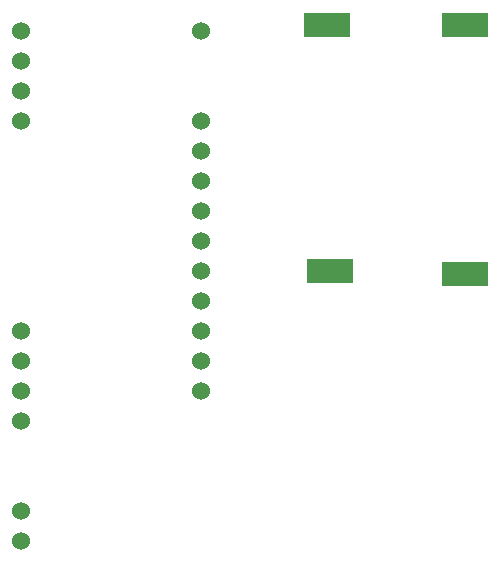
<source format=gbr>
G04 #@! TF.GenerationSoftware,KiCad,Pcbnew,5.0.2*
G04 #@! TF.CreationDate,2019-08-01T22:02:08-03:00*
G04 #@! TF.ProjectId,iceCubeNomeFeio,69636543-7562-4654-9e6f-6d654665696f,rev?*
G04 #@! TF.SameCoordinates,Original*
G04 #@! TF.FileFunction,Paste,Top*
G04 #@! TF.FilePolarity,Positive*
%FSLAX46Y46*%
G04 Gerber Fmt 4.6, Leading zero omitted, Abs format (unit mm)*
G04 Created by KiCad (PCBNEW 5.0.2) date qui 01 ago 2019 22:02:08 -03*
%MOMM*%
%LPD*%
G01*
G04 APERTURE LIST*
%ADD10R,4.000000X2.000000*%
%ADD11C,1.524000*%
G04 APERTURE END LIST*
D10*
G04 #@! TO.C,U1*
X162030000Y-86238000D03*
X173460000Y-86492000D03*
X173460000Y-65410000D03*
X161776000Y-65410000D03*
G04 #@! TD*
D11*
G04 #@! TO.C,U2*
X151120000Y-65870000D03*
X151120000Y-73490000D03*
X151120000Y-76030000D03*
X151120000Y-78570000D03*
X151120000Y-81110000D03*
X151120000Y-83650000D03*
X151120000Y-86190000D03*
X151120000Y-88730000D03*
X151120000Y-91270000D03*
X151120000Y-93810000D03*
X151120000Y-96350000D03*
X135880000Y-109050000D03*
X135880000Y-106510000D03*
X135880000Y-98890000D03*
X135880000Y-96350000D03*
X135880000Y-93810000D03*
X135880000Y-91270000D03*
X135880000Y-73490000D03*
X135880000Y-70950000D03*
X135880000Y-68410000D03*
X135880000Y-65870000D03*
G04 #@! TD*
M02*

</source>
